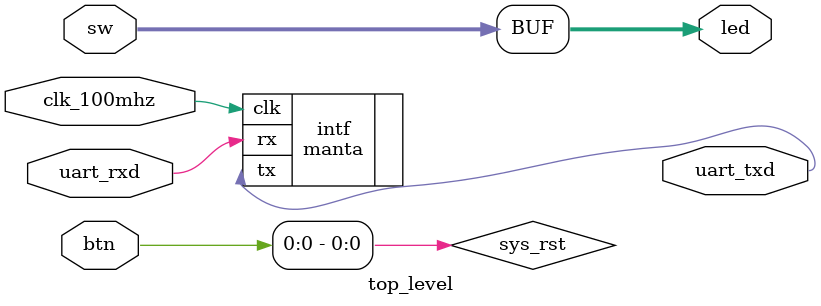
<source format=sv>
`timescale 1ns / 1ps
`default_nettype none // prevents system from inferring an undeclared logic (good practice)

module top_level(
  input wire clk_100mhz,
  input wire [3:0] btn,
  input wire [15:0] sw, //all 16 input slide switches
  output logic [15:0] led, //16 green output LEDs (located right above switches)
  input wire uart_rxd,
  output logic uart_txd
  );
  assign led = sw; //for debugging

  logic sys_rst;
  assign sys_rst = btn[0];

  always_ff @(posedge clk_100mhz) begin
  end

  manta intf (
    .clk(clk_100mhz),
    .tx(uart_txd),
    .rx(uart_rxd)
    //...
  );

endmodule // top_level

`default_nettype wire
</source>
